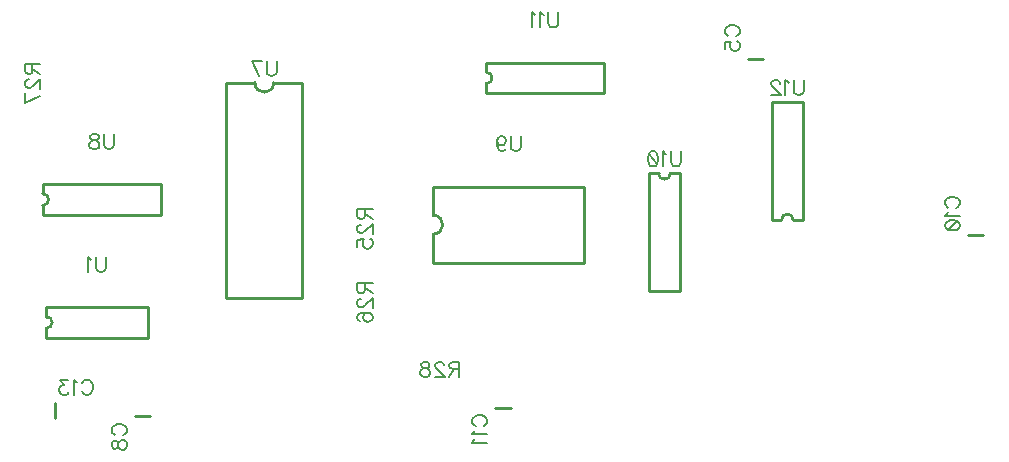
<source format=gbo>
G04 DipTrace 2.2.0.9*
%INBottomSilk.gbr*%
%MOIN*%
%ADD10C,0.0098*%
%ADD47C,0.0077*%
%FSLAX44Y44*%
%SFA1B1*%
%OFA0B0*%
G04*
G70*
G90*
G75*
G01*
%LNBotSilk*%
%LPD*%
X32700Y19260D2*
D10*
X33212D1*
X12776Y7379D2*
X12264D1*
X40032Y13410D2*
X40544D1*
X24788Y7652D2*
X24276D1*
X9588Y7816D2*
Y7304D1*
X9306Y11004D2*
X12692D1*
X9306Y9980D2*
X12692D1*
Y11004D2*
Y9980D1*
X9306Y11004D2*
Y10689D1*
Y10295D2*
Y9980D1*
Y10689D2*
G02X9306Y10295I0J-197D01*
G01*
X17836Y18481D2*
Y11317D1*
X15316Y18481D2*
Y11317D1*
X17836D2*
X15316D1*
X17836Y18481D2*
X16891D1*
X16261D2*
X15316D1*
X16891D2*
G02X16261Y18481I-315J1D01*
G01*
X9187Y15099D2*
X13123D1*
X9187Y14075D2*
X13123D1*
Y15099D2*
Y14075D1*
X9187Y15099D2*
Y14784D1*
Y14390D2*
Y14075D1*
Y14784D2*
G02X9187Y14390I0J-197D01*
G01*
X22208Y15009D2*
X27246D1*
X22208Y12489D2*
X27246D1*
Y15009D2*
Y12489D1*
X22208Y15009D2*
Y14064D1*
Y13434D2*
Y12489D1*
Y14064D2*
G02X22208Y13434I-1J-315D01*
G01*
X30426Y15463D2*
Y11527D1*
X29402Y15463D2*
Y11527D1*
X30426D2*
X29402D1*
X30426Y15463D2*
X30111D1*
X29717D2*
X29402D1*
X30111D2*
G02X29717Y15463I-197J0D01*
G01*
X23968Y19155D2*
X27904D1*
X23968Y18131D2*
X27904D1*
Y19155D2*
Y18131D1*
X23968Y19155D2*
Y18840D1*
Y18446D2*
Y18131D1*
Y18840D2*
G02X23968Y18446I0J-197D01*
G01*
X33497Y13906D2*
Y17842D1*
X34521Y13906D2*
Y17842D1*
X33497D2*
X34521D1*
X33497Y13906D2*
X33812D1*
X34206D2*
X34521D1*
X33812D2*
G02X34206Y13906I197J0D01*
G01*
X32048Y20034D2*
D47*
X32000Y20058D1*
D2*
X31952Y20106D1*
D2*
X31928Y20154D1*
D2*
Y20249D1*
D2*
X31952Y20297D1*
D2*
X32000Y20345D1*
D2*
X32048Y20369D1*
D2*
X32120Y20393D1*
D2*
X32240D1*
D2*
X32311Y20369D1*
D2*
X32359Y20345D1*
D2*
X32407Y20297D1*
D2*
X32431Y20249D1*
D2*
Y20154D1*
D2*
X32407Y20106D1*
D2*
X32359Y20058D1*
D2*
X32311Y20034D1*
X31929Y19593D2*
Y19832D1*
D2*
X32144Y19856D1*
D2*
X32120Y19832D1*
D2*
X32096Y19760D1*
D2*
Y19689D1*
D2*
X32120Y19617D1*
D2*
X32168Y19569D1*
D2*
X32240Y19545D1*
D2*
X32287D1*
D2*
X32359Y19569D1*
D2*
X32407Y19617D1*
D2*
X32431Y19689D1*
D2*
Y19760D1*
D2*
X32407Y19832D1*
D2*
X32383Y19856D1*
D2*
X32335Y19880D1*
X11612Y6735D2*
X11564Y6759D1*
D2*
X11516Y6807D1*
D2*
X11492Y6854D1*
D2*
Y6950D1*
D2*
X11516Y6998D1*
D2*
X11564Y7046D1*
D2*
X11612Y7070D1*
D2*
X11684Y7094D1*
D2*
X11804D1*
D2*
X11875Y7070D1*
D2*
X11923Y7046D1*
D2*
X11971Y6998D1*
D2*
X11995Y6950D1*
D2*
Y6854D1*
D2*
X11971Y6807D1*
D2*
X11923Y6759D1*
D2*
X11875Y6735D1*
X11493Y6461D2*
X11517Y6533D1*
D2*
X11564Y6557D1*
D2*
X11612D1*
D2*
X11660Y6533D1*
D2*
X11684Y6485D1*
D2*
X11708Y6389D1*
D2*
X11732Y6318D1*
D2*
X11780Y6270D1*
D2*
X11827Y6246D1*
D2*
X11899D1*
D2*
X11947Y6270D1*
D2*
X11971Y6294D1*
D2*
X11995Y6366D1*
D2*
Y6461D1*
D2*
X11971Y6533D1*
D2*
X11947Y6557D1*
D2*
X11899Y6581D1*
D2*
X11827D1*
D2*
X11780Y6557D1*
D2*
X11732Y6509D1*
D2*
X11708Y6437D1*
D2*
X11684Y6342D1*
D2*
X11660Y6294D1*
D2*
X11612Y6270D1*
D2*
X11564D1*
D2*
X11517Y6294D1*
D2*
X11493Y6366D1*
D2*
Y6461D1*
X39380Y14321D2*
X39332Y14345D1*
D2*
X39284Y14393D1*
D2*
X39260Y14441D1*
D2*
Y14536D1*
D2*
X39284Y14585D1*
D2*
X39332Y14632D1*
D2*
X39380Y14656D1*
D2*
X39452Y14680D1*
D2*
X39572D1*
D2*
X39643Y14656D1*
D2*
X39691Y14632D1*
D2*
X39739Y14585D1*
D2*
X39763Y14536D1*
D2*
Y14441D1*
D2*
X39739Y14393D1*
D2*
X39691Y14345D1*
D2*
X39643Y14321D1*
X39357Y14167D2*
X39332Y14119D1*
D2*
X39261Y14047D1*
D2*
X39763D1*
X39261Y13749D2*
X39285Y13821D1*
D2*
X39357Y13869D1*
D2*
X39476Y13893D1*
D2*
X39548D1*
D2*
X39667Y13869D1*
D2*
X39739Y13821D1*
D2*
X39763Y13749D1*
D2*
Y13702D1*
D2*
X39739Y13630D1*
D2*
X39667Y13582D1*
D2*
X39548Y13558D1*
D2*
X39476D1*
D2*
X39357Y13582D1*
D2*
X39285Y13630D1*
D2*
X39261Y13702D1*
D2*
Y13749D1*
X39357Y13582D2*
X39667Y13869D1*
X23624Y7038D2*
X23576Y7062D1*
D2*
X23528Y7110D1*
D2*
X23504Y7157D1*
D2*
Y7253D1*
D2*
X23528Y7301D1*
D2*
X23576Y7349D1*
D2*
X23624Y7373D1*
D2*
X23696Y7397D1*
D2*
X23816D1*
D2*
X23887Y7373D1*
D2*
X23935Y7349D1*
D2*
X23983Y7301D1*
D2*
X24007Y7253D1*
D2*
Y7157D1*
D2*
X23983Y7110D1*
D2*
X23935Y7062D1*
D2*
X23887Y7038D1*
X23601Y6884D2*
X23576Y6836D1*
D2*
X23505Y6764D1*
D2*
X24007D1*
X23601Y6609D2*
X23576Y6561D1*
D2*
X23505Y6489D1*
D2*
X24007D1*
X10499Y8468D2*
X10523Y8516D1*
D2*
X10571Y8564D1*
D2*
X10619Y8588D1*
D2*
X10714D1*
D2*
X10763Y8564D1*
D2*
X10810Y8516D1*
D2*
X10834Y8468D1*
D2*
X10858Y8396D1*
D2*
Y8276D1*
D2*
X10834Y8205D1*
D2*
X10810Y8157D1*
D2*
X10763Y8109D1*
D2*
X10714Y8085D1*
D2*
X10619D1*
D2*
X10571Y8109D1*
D2*
X10523Y8157D1*
D2*
X10499Y8205D1*
X10345Y8491D2*
X10297Y8516D1*
D2*
X10225Y8587D1*
D2*
Y8085D1*
X10023Y8587D2*
X9760D1*
D2*
X9903Y8396D1*
D2*
X9831D1*
D2*
X9784Y8372D1*
D2*
X9760Y8348D1*
D2*
X9736Y8276D1*
D2*
Y8229D1*
D2*
X9760Y8157D1*
D2*
X9808Y8109D1*
D2*
X9880Y8085D1*
D2*
X9951D1*
D2*
X10023Y8109D1*
D2*
X10046Y8133D1*
D2*
X10071Y8181D1*
X19922Y14269D2*
Y14054D1*
D2*
X19897Y13982D1*
D2*
X19874Y13958D1*
D2*
X19826Y13934D1*
D2*
X19778D1*
D2*
X19731Y13958D1*
D2*
X19706Y13982D1*
D2*
X19682Y14054D1*
D2*
Y14269D1*
D2*
X20185D1*
X19922Y14101D2*
X20185Y13934D1*
X19802Y13755D2*
X19779D1*
D2*
X19731Y13731D1*
D2*
X19707Y13708D1*
D2*
X19683Y13660D1*
D2*
Y13564D1*
D2*
X19707Y13516D1*
D2*
X19731Y13493D1*
D2*
X19779Y13468D1*
D2*
X19826D1*
D2*
X19874Y13493D1*
D2*
X19946Y13540D1*
D2*
X20185Y13779D1*
D2*
Y13445D1*
X19683Y13003D2*
Y13242D1*
D2*
X19898Y13266D1*
D2*
X19874Y13242D1*
D2*
X19850Y13170D1*
D2*
Y13099D1*
D2*
X19874Y13027D1*
D2*
X19922Y12979D1*
D2*
X19994Y12955D1*
D2*
X20041D1*
D2*
X20113Y12979D1*
D2*
X20161Y13027D1*
D2*
X20185Y13099D1*
D2*
Y13170D1*
D2*
X20161Y13242D1*
D2*
X20137Y13266D1*
D2*
X20089Y13290D1*
X19922Y11800D2*
Y11585D1*
D2*
X19897Y11513D1*
D2*
X19874Y11488D1*
D2*
X19826Y11465D1*
D2*
X19778D1*
D2*
X19731Y11488D1*
D2*
X19706Y11513D1*
D2*
X19682Y11585D1*
D2*
Y11800D1*
D2*
X20185D1*
X19922Y11632D2*
X20185Y11465D1*
X19802Y11286D2*
X19779D1*
D2*
X19731Y11262D1*
D2*
X19707Y11238D1*
D2*
X19683Y11190D1*
D2*
Y11095D1*
D2*
X19707Y11047D1*
D2*
X19731Y11023D1*
D2*
X19779Y10999D1*
D2*
X19826D1*
D2*
X19874Y11023D1*
D2*
X19946Y11071D1*
D2*
X20185Y11310D1*
D2*
Y10975D1*
X19754Y10534D2*
X19707Y10558D1*
D2*
X19683Y10630D1*
D2*
Y10677D1*
D2*
X19707Y10749D1*
D2*
X19779Y10797D1*
D2*
X19898Y10821D1*
D2*
X20017D1*
D2*
X20113Y10797D1*
D2*
X20161Y10749D1*
D2*
X20185Y10677D1*
D2*
Y10654D1*
D2*
X20161Y10582D1*
D2*
X20113Y10534D1*
D2*
X20041Y10510D1*
D2*
X20017D1*
D2*
X19946Y10534D1*
D2*
X19898Y10582D1*
D2*
X19874Y10654D1*
D2*
Y10677D1*
D2*
X19898Y10749D1*
D2*
X19946Y10797D1*
D2*
X20017Y10821D1*
X8846Y19105D2*
Y18890D1*
D2*
X8821Y18818D1*
D2*
X8798Y18794D1*
D2*
X8750Y18770D1*
D2*
X8702D1*
D2*
X8655Y18794D1*
D2*
X8630Y18818D1*
D2*
X8606Y18890D1*
D2*
Y19105D1*
D2*
X9109D1*
X8846Y18937D2*
X9109Y18770D1*
X8726Y18591D2*
X8703D1*
D2*
X8655Y18567D1*
D2*
X8631Y18544D1*
D2*
X8607Y18496D1*
D2*
Y18400D1*
D2*
X8631Y18352D1*
D2*
X8655Y18329D1*
D2*
X8703Y18304D1*
D2*
X8750D1*
D2*
X8798Y18329D1*
D2*
X8870Y18376D1*
D2*
X9109Y18615D1*
D2*
Y18281D1*
Y18031D2*
X8607Y17791D1*
D2*
Y18126D1*
X23083Y8940D2*
X22868D1*
D2*
X22796Y8965D1*
D2*
X22771Y8988D1*
D2*
X22748Y9036D1*
D2*
Y9084D1*
D2*
X22771Y9131D1*
D2*
X22796Y9156D1*
D2*
X22868Y9180D1*
D2*
X23083D1*
D2*
Y8677D1*
X22915Y8940D2*
X22748Y8677D1*
X22569Y9060D2*
Y9083D1*
D2*
X22545Y9131D1*
D2*
X22521Y9155D1*
D2*
X22473Y9179D1*
D2*
X22378D1*
D2*
X22330Y9155D1*
D2*
X22306Y9131D1*
D2*
X22282Y9083D1*
D2*
Y9036D1*
D2*
X22306Y8988D1*
D2*
X22354Y8916D1*
D2*
X22593Y8677D1*
D2*
X22258D1*
X21984Y9179D2*
X22056Y9155D1*
D2*
X22080Y9108D1*
D2*
Y9060D1*
D2*
X22056Y9012D1*
D2*
X22008Y8988D1*
D2*
X21913Y8964D1*
D2*
X21841Y8940D1*
D2*
X21793Y8892D1*
D2*
X21769Y8845D1*
D2*
Y8773D1*
D2*
X21793Y8725D1*
D2*
X21817Y8701D1*
D2*
X21889Y8677D1*
D2*
X21984D1*
D2*
X22056Y8701D1*
D2*
X22080Y8725D1*
D2*
X22104Y8773D1*
D2*
Y8845D1*
D2*
X22080Y8892D1*
D2*
X22032Y8940D1*
D2*
X21961Y8964D1*
D2*
X21865Y8988D1*
D2*
X21817Y9012D1*
D2*
X21793Y9060D1*
D2*
Y9108D1*
D2*
X21817Y9155D1*
D2*
X21889Y9179D1*
D2*
X21984D1*
X11304Y12681D2*
Y12322D1*
D2*
X11280Y12250D1*
D2*
X11232Y12203D1*
D2*
X11160Y12179D1*
D2*
X11112D1*
D2*
X11041Y12203D1*
D2*
X10992Y12250D1*
D2*
X10969Y12322D1*
D2*
Y12681D1*
X10814Y12585D2*
X10766Y12609D1*
D2*
X10694Y12680D1*
D2*
Y12179D1*
X16988Y19214D2*
Y18855D1*
D2*
X16964Y18783D1*
D2*
X16916Y18736D1*
D2*
X16844Y18711D1*
D2*
X16797D1*
D2*
X16725Y18736D1*
D2*
X16677Y18783D1*
D2*
X16653Y18855D1*
D2*
Y19214D1*
X16403Y18711D2*
X16164Y19213D1*
D2*
X16499D1*
X11567Y16776D2*
Y16417D1*
D2*
X11543Y16345D1*
D2*
X11495Y16298D1*
D2*
X11423Y16274D1*
D2*
X11376D1*
D2*
X11304Y16298D1*
D2*
X11256Y16345D1*
D2*
X11232Y16417D1*
D2*
Y16776D1*
X10958Y16775D2*
X11029Y16752D1*
D2*
X11054Y16704D1*
D2*
Y16656D1*
D2*
X11029Y16608D1*
D2*
X10982Y16584D1*
D2*
X10886Y16560D1*
D2*
X10814Y16537D1*
D2*
X10767Y16489D1*
D2*
X10743Y16441D1*
D2*
Y16369D1*
D2*
X10767Y16322D1*
D2*
X10791Y16297D1*
D2*
X10863Y16274D1*
D2*
X10958D1*
D2*
X11029Y16297D1*
D2*
X11054Y16322D1*
D2*
X11078Y16369D1*
D2*
Y16441D1*
D2*
X11054Y16489D1*
D2*
X11006Y16537D1*
D2*
X10934Y16560D1*
D2*
X10839Y16584D1*
D2*
X10791Y16608D1*
D2*
X10767Y16656D1*
D2*
Y16704D1*
D2*
X10791Y16752D1*
D2*
X10863Y16775D1*
D2*
X10958D1*
X25127Y16705D2*
Y16347D1*
D2*
X25103Y16275D1*
D2*
X25055Y16227D1*
D2*
X24984Y16203D1*
D2*
X24936D1*
D2*
X24864Y16227D1*
D2*
X24816Y16275D1*
D2*
X24792Y16347D1*
D2*
Y16705D1*
X24327Y16538D2*
X24351Y16466D1*
D2*
X24399Y16418D1*
D2*
X24470Y16394D1*
D2*
X24494D1*
D2*
X24566Y16418D1*
D2*
X24614Y16466D1*
D2*
X24638Y16538D1*
D2*
Y16562D1*
D2*
X24614Y16633D1*
D2*
X24566Y16681D1*
D2*
X24494Y16705D1*
D2*
X24470D1*
D2*
X24399Y16681D1*
D2*
X24351Y16633D1*
D2*
X24327Y16538D1*
D2*
Y16418D1*
D2*
X24351Y16299D1*
D2*
X24399Y16227D1*
D2*
X24470Y16203D1*
D2*
X24518D1*
D2*
X24590Y16227D1*
D2*
X24614Y16275D1*
X30463Y16196D2*
Y15837D1*
D2*
X30440Y15765D1*
D2*
X30391Y15717D1*
D2*
X30320Y15693D1*
D2*
X30272D1*
D2*
X30200Y15717D1*
D2*
X30152Y15765D1*
D2*
X30128Y15837D1*
D2*
Y16196D1*
X29974Y16099D2*
X29926Y16124D1*
D2*
X29854Y16195D1*
D2*
Y15693D1*
X29556Y16195D2*
X29628Y16171D1*
D2*
X29676Y16099D1*
D2*
X29700Y15980D1*
D2*
Y15908D1*
D2*
X29676Y15789D1*
D2*
X29628Y15717D1*
D2*
X29556Y15693D1*
D2*
X29508D1*
D2*
X29437Y15717D1*
D2*
X29389Y15789D1*
D2*
X29365Y15908D1*
D2*
Y15980D1*
D2*
X29389Y16099D1*
D2*
X29437Y16171D1*
D2*
X29508Y16195D1*
D2*
X29556D1*
X29389Y16099D2*
X29676Y15789D1*
X26378Y20832D2*
Y20473D1*
D2*
X26354Y20401D1*
D2*
X26306Y20354D1*
D2*
X26234Y20330D1*
D2*
X26187D1*
D2*
X26115Y20354D1*
D2*
X26067Y20401D1*
D2*
X26043Y20473D1*
D2*
Y20832D1*
X25888Y20736D2*
X25840Y20760D1*
D2*
X25769Y20831D1*
D2*
Y20330D1*
X25614Y20736D2*
X25566Y20760D1*
D2*
X25494Y20831D1*
D2*
Y20330D1*
X34558Y18575D2*
Y18216D1*
D2*
X34535Y18144D1*
D2*
X34486Y18096D1*
D2*
X34415Y18072D1*
D2*
X34367D1*
D2*
X34295Y18096D1*
D2*
X34247Y18144D1*
D2*
X34223Y18216D1*
D2*
Y18575D1*
X34069Y18478D2*
X34021Y18503D1*
D2*
X33949Y18574D1*
D2*
Y18072D1*
X33770Y18455D2*
Y18478D1*
D2*
X33747Y18526D1*
D2*
X33723Y18550D1*
D2*
X33675Y18574D1*
D2*
X33579D1*
D2*
X33532Y18550D1*
D2*
X33508Y18526D1*
D2*
X33483Y18478D1*
D2*
Y18431D1*
D2*
X33508Y18383D1*
D2*
X33555Y18311D1*
D2*
X33795Y18072D1*
D2*
X33460D1*
M02*

</source>
